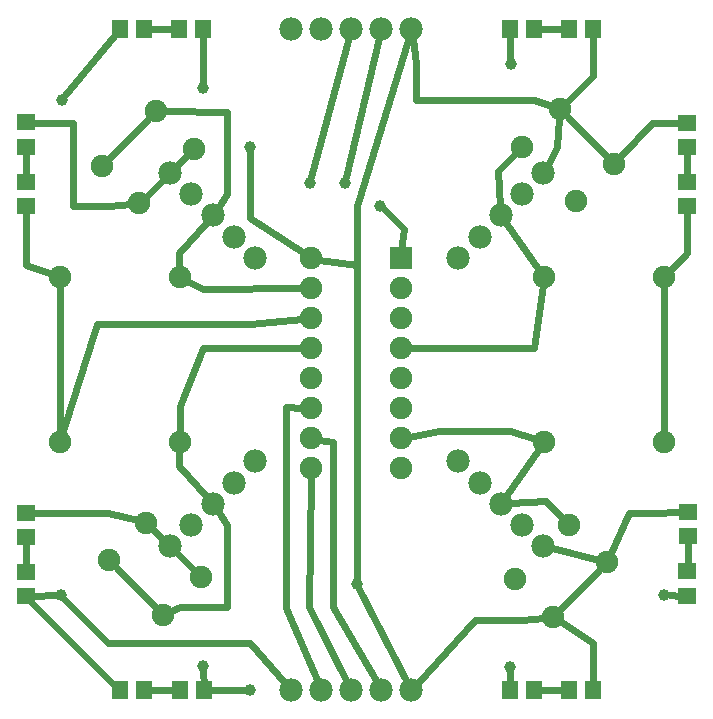
<source format=gtl>
G04 MADE WITH FRITZING*
G04 WWW.FRITZING.ORG*
G04 DOUBLE SIDED*
G04 HOLES PLATED*
G04 CONTOUR ON CENTER OF CONTOUR VECTOR*
%ASAXBY*%
%FSLAX23Y23*%
%MOIN*%
%OFA0B0*%
%SFA1.0B1.0*%
%ADD10C,0.075000*%
%ADD11C,0.078000*%
%ADD12C,0.039370*%
%ADD13R,0.075000X0.075000*%
%ADD14R,0.059055X0.055118*%
%ADD15R,0.055118X0.059055*%
%ADD16C,0.024000*%
%LNCOPPER1*%
G90*
G70*
G54D10*
X330Y1825D03*
X511Y2006D03*
X455Y1700D03*
X636Y1881D03*
X1327Y1517D03*
X1027Y1517D03*
X1327Y1417D03*
X1027Y1417D03*
X1327Y1317D03*
X1027Y1317D03*
X1327Y1217D03*
X1027Y1217D03*
X1327Y1117D03*
X1027Y1117D03*
X1327Y1017D03*
X1027Y1017D03*
X1327Y917D03*
X1027Y917D03*
X1327Y817D03*
X1027Y817D03*
X1327Y1517D03*
X1027Y1517D03*
X1327Y1417D03*
X1027Y1417D03*
X1327Y1317D03*
X1027Y1317D03*
X1327Y1217D03*
X1027Y1217D03*
X1327Y1117D03*
X1027Y1117D03*
X1327Y1017D03*
X1027Y1017D03*
X1327Y917D03*
X1027Y917D03*
X1327Y817D03*
X1027Y817D03*
G54D11*
X558Y1801D03*
X629Y1730D03*
X700Y1660D03*
X770Y1589D03*
X841Y1518D03*
X962Y77D03*
X1062Y77D03*
X1162Y77D03*
X1262Y77D03*
X1362Y77D03*
X962Y2282D03*
X1062Y2282D03*
X1162Y2282D03*
X1262Y2282D03*
X1362Y2282D03*
G54D10*
X534Y329D03*
X353Y510D03*
X660Y454D03*
X479Y635D03*
G54D11*
X558Y557D03*
X629Y628D03*
X700Y699D03*
X770Y769D03*
X841Y840D03*
G54D10*
X1912Y1707D03*
X1731Y1888D03*
X2038Y1832D03*
X1857Y2013D03*
G54D11*
X1802Y1801D03*
X1731Y1730D03*
X1661Y1660D03*
X1590Y1589D03*
X1519Y1518D03*
G54D10*
X1708Y447D03*
X1889Y628D03*
X1833Y322D03*
X2014Y503D03*
G54D11*
X1802Y557D03*
X1731Y628D03*
X1661Y699D03*
X1590Y769D03*
X1519Y840D03*
G54D10*
X190Y1455D03*
X590Y1455D03*
X190Y904D03*
X590Y904D03*
X2204Y1455D03*
X1804Y1455D03*
X2204Y904D03*
X1804Y904D03*
G54D12*
X1141Y1769D03*
X1024Y1769D03*
X668Y156D03*
X667Y2084D03*
X825Y1889D03*
X2204Y393D03*
X1691Y155D03*
X195Y393D03*
X197Y2045D03*
X1693Y2165D03*
X825Y77D03*
X1180Y431D03*
X1259Y1690D03*
G54D13*
X1327Y1517D03*
X1327Y1517D03*
G54D14*
X2282Y392D03*
X2282Y473D03*
X2281Y1690D03*
X2281Y1771D03*
G54D15*
X1690Y77D03*
X1771Y77D03*
X1690Y2282D03*
X1771Y2282D03*
X391Y2282D03*
X471Y2282D03*
G54D14*
X78Y1691D03*
X78Y1772D03*
X77Y391D03*
X77Y472D03*
G54D15*
X391Y77D03*
X471Y77D03*
G54D14*
X2283Y670D03*
X2283Y590D03*
G54D15*
X1968Y2282D03*
X1887Y2282D03*
G54D14*
X2282Y1969D03*
X2282Y1888D03*
G54D15*
X1968Y77D03*
X1887Y77D03*
X668Y2282D03*
X588Y2282D03*
G54D14*
X79Y1970D03*
X79Y1889D03*
X78Y669D03*
X78Y589D03*
G54D15*
X670Y77D03*
X590Y77D03*
G54D16*
X616Y1860D02*
X579Y1823D01*
D02*
X717Y1685D02*
X748Y1731D01*
D02*
X748Y2005D02*
X539Y2006D01*
D02*
X748Y1731D02*
X748Y2005D01*
D02*
X589Y1534D02*
X680Y1637D01*
D02*
X589Y1483D02*
X589Y1534D01*
D02*
X668Y1415D02*
X615Y1442D01*
D02*
X998Y1417D02*
X668Y1415D01*
D02*
X590Y1023D02*
X590Y932D01*
D02*
X668Y1218D02*
X590Y1023D01*
D02*
X998Y1217D02*
X668Y1218D01*
D02*
X589Y824D02*
X680Y721D01*
D02*
X589Y875D02*
X589Y824D01*
D02*
X590Y354D02*
X560Y341D01*
D02*
X748Y628D02*
X748Y354D01*
D02*
X748Y354D02*
X590Y354D01*
D02*
X717Y674D02*
X748Y628D01*
D02*
X499Y615D02*
X537Y578D01*
D02*
X1831Y550D02*
X1986Y510D01*
D02*
X1810Y707D02*
X1869Y648D01*
D02*
X1691Y700D02*
X1810Y707D01*
D02*
X1678Y723D02*
X1787Y880D01*
D02*
X1455Y942D02*
X1692Y942D01*
D02*
X1692Y942D02*
X1777Y913D01*
D02*
X1355Y922D02*
X1455Y942D01*
D02*
X1652Y1809D02*
X1711Y1868D01*
D02*
X1659Y1690D02*
X1652Y1809D01*
D02*
X1855Y1985D02*
X1849Y1889D01*
D02*
X1849Y1889D02*
X1816Y1828D01*
D02*
X1787Y1478D02*
X1678Y1635D01*
D02*
X1355Y1217D02*
X1771Y1218D01*
D02*
X1771Y1218D02*
X1800Y1426D01*
D02*
X1189Y414D02*
X1348Y104D01*
D02*
X1180Y1493D02*
X1180Y450D01*
D02*
X1055Y1512D02*
X1180Y1493D01*
D02*
X1180Y1690D02*
X1353Y2253D01*
D02*
X1180Y1493D02*
X1180Y1690D01*
D02*
X944Y352D02*
X1050Y105D01*
D02*
X944Y1021D02*
X944Y352D01*
D02*
X998Y1018D02*
X944Y1021D01*
D02*
X1022Y353D02*
X1026Y788D01*
D02*
X1148Y104D02*
X1022Y353D01*
D02*
X1247Y103D02*
X1101Y353D01*
D02*
X1101Y353D02*
X1101Y904D01*
D02*
X1101Y904D02*
X1055Y912D01*
D02*
X1255Y2252D02*
X1145Y1787D01*
D02*
X1154Y2253D02*
X1029Y1787D01*
D02*
X1805Y319D02*
X1731Y312D01*
D02*
X1731Y312D02*
X1573Y312D01*
D02*
X1573Y312D02*
X1382Y99D01*
D02*
X2164Y667D02*
X2086Y667D01*
D02*
X2259Y670D02*
X2164Y667D01*
D02*
X2086Y667D02*
X2025Y529D01*
D02*
X1994Y483D02*
X1853Y342D01*
D02*
X374Y490D02*
X514Y349D01*
D02*
X491Y1986D02*
X350Y1845D01*
D02*
X2017Y1852D02*
X1877Y1993D01*
D02*
X1857Y306D02*
X1968Y234D01*
D02*
X1968Y234D02*
X1968Y101D01*
D02*
X1793Y77D02*
X1865Y77D01*
D02*
X2283Y495D02*
X2283Y568D01*
D02*
X579Y536D02*
X640Y475D01*
D02*
X102Y669D02*
X352Y669D01*
D02*
X352Y669D02*
X451Y643D01*
D02*
X670Y77D02*
X668Y156D01*
D02*
X77Y494D02*
X78Y567D01*
D02*
X493Y77D02*
X568Y77D01*
D02*
X2164Y1966D02*
X2057Y1853D01*
D02*
X2259Y1968D02*
X2164Y1966D01*
D02*
X1967Y2124D02*
X1877Y2033D01*
D02*
X1967Y2258D02*
X1967Y2124D01*
D02*
X1366Y2252D02*
X1377Y2163D01*
D02*
X1377Y2045D02*
X1770Y2045D01*
D02*
X1377Y2163D02*
X1377Y2045D01*
D02*
X1770Y2045D02*
X1830Y2023D01*
D02*
X668Y2258D02*
X667Y2103D01*
D02*
X825Y1651D02*
X825Y1870D01*
D02*
X1003Y1533D02*
X825Y1651D01*
D02*
X537Y1780D02*
X476Y1720D01*
D02*
X354Y1692D02*
X427Y1698D01*
D02*
X235Y1967D02*
X235Y1692D01*
D02*
X103Y1969D02*
X235Y1967D01*
D02*
X235Y1692D02*
X354Y1692D01*
D02*
X78Y1794D02*
X79Y1867D01*
D02*
X493Y2282D02*
X566Y2282D01*
D02*
X2282Y1793D02*
X2282Y1866D01*
D02*
X1865Y2282D02*
X1793Y2282D01*
D02*
X2223Y393D02*
X2259Y392D01*
D02*
X2204Y932D02*
X2204Y1426D01*
D02*
X2282Y1534D02*
X2224Y1475D01*
D02*
X2282Y1668D02*
X2282Y1534D01*
D02*
X1691Y136D02*
X1690Y101D01*
D02*
X369Y99D02*
X99Y369D01*
D02*
X176Y393D02*
X101Y391D01*
D02*
X190Y932D02*
X190Y1426D01*
D02*
X79Y1493D02*
X78Y1669D01*
D02*
X163Y1464D02*
X79Y1493D01*
D02*
X209Y2060D02*
X371Y2258D01*
D02*
X1692Y2184D02*
X1690Y2258D01*
D02*
X692Y77D02*
X806Y77D01*
D02*
X352Y233D02*
X825Y233D01*
D02*
X825Y233D02*
X942Y100D01*
D02*
X208Y379D02*
X352Y233D01*
D02*
X313Y1298D02*
X198Y931D01*
D02*
X825Y1298D02*
X313Y1298D01*
D02*
X998Y1314D02*
X825Y1298D01*
D02*
X1337Y1613D02*
X1273Y1677D01*
D02*
X1329Y1545D02*
X1337Y1613D01*
G04 End of Copper1*
M02*
</source>
